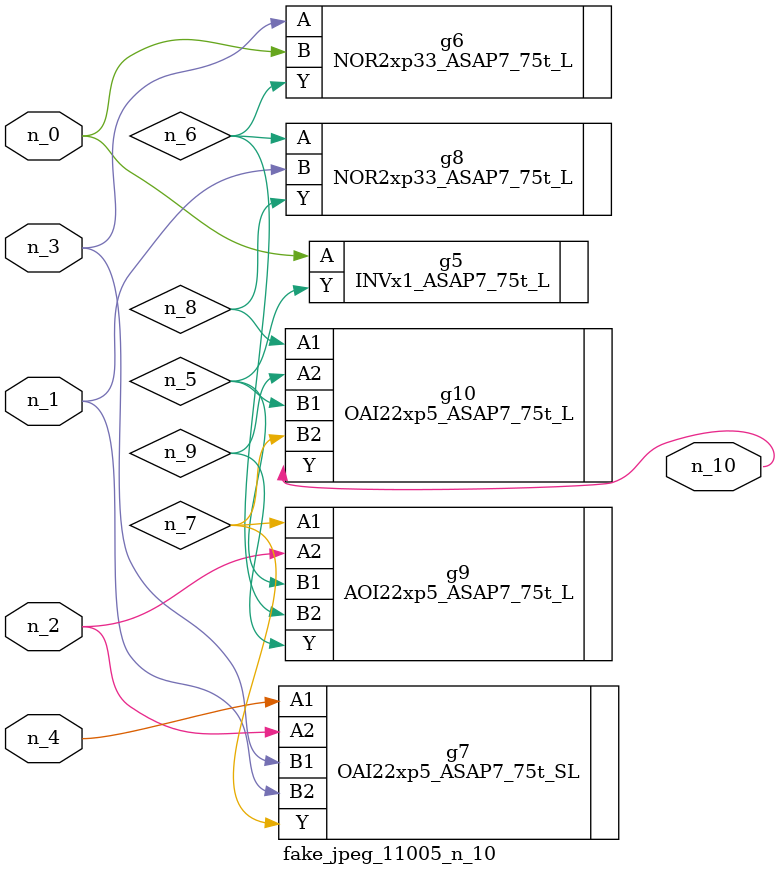
<source format=v>
module fake_jpeg_11005_n_10 (n_3, n_2, n_1, n_0, n_4, n_10);

input n_3;
input n_2;
input n_1;
input n_0;
input n_4;

output n_10;

wire n_8;
wire n_9;
wire n_6;
wire n_5;
wire n_7;

INVx1_ASAP7_75t_L g5 ( 
.A(n_0),
.Y(n_5)
);

NOR2xp33_ASAP7_75t_L g6 ( 
.A(n_3),
.B(n_0),
.Y(n_6)
);

OAI22xp5_ASAP7_75t_SL g7 ( 
.A1(n_4),
.A2(n_2),
.B1(n_3),
.B2(n_1),
.Y(n_7)
);

NOR2xp33_ASAP7_75t_L g8 ( 
.A(n_6),
.B(n_1),
.Y(n_8)
);

OAI22xp5_ASAP7_75t_L g10 ( 
.A1(n_8),
.A2(n_9),
.B1(n_5),
.B2(n_7),
.Y(n_10)
);

AOI22xp5_ASAP7_75t_L g9 ( 
.A1(n_7),
.A2(n_2),
.B1(n_5),
.B2(n_6),
.Y(n_9)
);


endmodule
</source>
